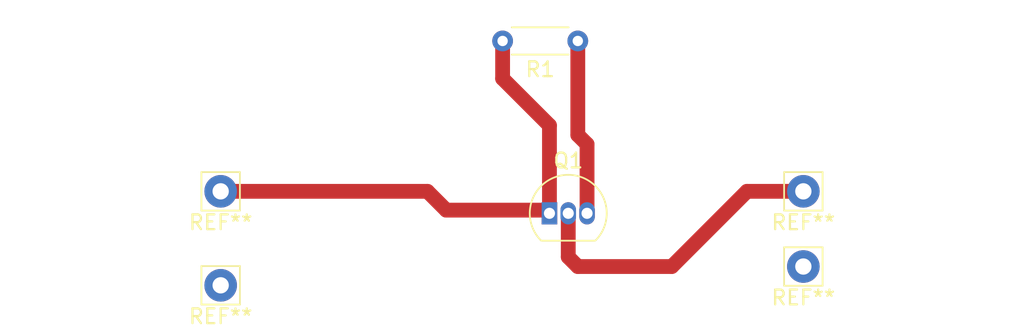
<source format=kicad_pcb>
(kicad_pcb (version 20171130) (host pcbnew "(5.1.4)-1")

  (general
    (thickness 1.6)
    (drawings 0)
    (tracks 15)
    (zones 0)
    (modules 6)
    (nets 4)
  )

  (page A4)
  (layers
    (0 F.Cu signal)
    (31 B.Cu signal)
    (32 B.Adhes user)
    (33 F.Adhes user)
    (34 B.Paste user)
    (35 F.Paste user)
    (36 B.SilkS user)
    (37 F.SilkS user)
    (38 B.Mask user)
    (39 F.Mask user)
    (40 Dwgs.User user)
    (41 Cmts.User user)
    (42 Eco1.User user)
    (43 Eco2.User user)
    (44 Edge.Cuts user)
    (45 Margin user)
    (46 B.CrtYd user)
    (47 F.CrtYd user)
    (48 B.Fab user)
    (49 F.Fab user)
  )

  (setup
    (last_trace_width 0.25)
    (user_trace_width 1)
    (trace_clearance 0.2)
    (zone_clearance 0.508)
    (zone_45_only no)
    (trace_min 0.2)
    (via_size 0.8)
    (via_drill 0.4)
    (via_min_size 0.4)
    (via_min_drill 0.3)
    (uvia_size 0.3)
    (uvia_drill 0.1)
    (uvias_allowed no)
    (uvia_min_size 0.2)
    (uvia_min_drill 0.1)
    (edge_width 0.05)
    (segment_width 0.2)
    (pcb_text_width 0.3)
    (pcb_text_size 1.5 1.5)
    (mod_edge_width 0.12)
    (mod_text_size 1 1)
    (mod_text_width 0.15)
    (pad_size 1.524 1.524)
    (pad_drill 0.762)
    (pad_to_mask_clearance 0.051)
    (solder_mask_min_width 0.25)
    (aux_axis_origin 0 0)
    (visible_elements 7FFFFFFF)
    (pcbplotparams
      (layerselection 0x010fc_ffffffff)
      (usegerberextensions false)
      (usegerberattributes false)
      (usegerberadvancedattributes false)
      (creategerberjobfile false)
      (excludeedgelayer true)
      (linewidth 0.100000)
      (plotframeref false)
      (viasonmask false)
      (mode 1)
      (useauxorigin false)
      (hpglpennumber 1)
      (hpglpenspeed 20)
      (hpglpendiameter 15.000000)
      (psnegative false)
      (psa4output false)
      (plotreference true)
      (plotvalue true)
      (plotinvisibletext false)
      (padsonsilk false)
      (subtractmaskfromsilk false)
      (outputformat 1)
      (mirror false)
      (drillshape 1)
      (scaleselection 1)
      (outputdirectory ""))
  )

  (net 0 "")
  (net 1 Earth)
  (net 2 "Net-(Q1-Pad3)")
  (net 3 "Net-(Q1-Pad2)")

  (net_class Default "Esta es la clase de red por defecto."
    (clearance 0.2)
    (trace_width 0.25)
    (via_dia 0.8)
    (via_drill 0.4)
    (uvia_dia 0.3)
    (uvia_drill 0.1)
    (add_net Earth)
    (add_net "Net-(Q1-Pad2)")
    (add_net "Net-(Q1-Pad3)")
  )

  (module Connector_Pin:Pin_D1.1mm_L8.5mm_W2.5mm_FlatFork (layer F.Cu) (tedit 5A1DC085) (tstamp 5D9A8C31)
    (at 173.99 110.49)
    (descr "solder Pin_ with flat fork, hole diameter 1.1mm, length 8.5mm, width 2.5mm")
    (tags "solder Pin_ with flat fork")
    (fp_text reference REF** (at 0 2.1) (layer F.SilkS)
      (effects (font (size 1 1) (thickness 0.15)))
    )
    (fp_text value Pin_D1.1mm_L8.5mm_W2.5mm_FlatFork (at 0 -2.05) (layer F.Fab)
      (effects (font (size 1 1) (thickness 0.15)))
    )
    (fp_line (start 1.75 1.6) (end -1.75 1.6) (layer F.CrtYd) (width 0.05))
    (fp_line (start 1.75 1.6) (end 1.75 -1.6) (layer F.CrtYd) (width 0.05))
    (fp_line (start -1.75 -1.6) (end -1.75 1.6) (layer F.CrtYd) (width 0.05))
    (fp_line (start -1.75 -1.6) (end 1.75 -1.6) (layer F.CrtYd) (width 0.05))
    (fp_line (start 1.25 -0.25) (end -1.25 -0.25) (layer F.Fab) (width 0.12))
    (fp_line (start 1.25 0.25) (end 1.25 -0.25) (layer F.Fab) (width 0.12))
    (fp_line (start -1.25 0.25) (end 1.25 0.25) (layer F.Fab) (width 0.12))
    (fp_line (start -1.25 -0.25) (end -1.25 0.25) (layer F.Fab) (width 0.12))
    (fp_line (start -1.3 1.3) (end 1.3 1.3) (layer F.SilkS) (width 0.12))
    (fp_line (start 1.3 -1.3) (end 1.3 1.3) (layer F.SilkS) (width 0.12))
    (fp_line (start -1.3 -1.3) (end 1.3 -1.3) (layer F.SilkS) (width 0.12))
    (fp_line (start -1.3 1.3) (end -1.3 -1.3) (layer F.SilkS) (width 0.12))
    (fp_text user %R (at 0 2.1) (layer F.Fab)
      (effects (font (size 1 1) (thickness 0.15)))
    )
    (pad 1 thru_hole circle (at 0 0) (size 2.2 2.2) (drill 1.1) (layers *.Cu *.Mask))
    (model ${KISYS3DMOD}/Connector_Pin.3dshapes/Pin_D1.1mm_L8.5mm_W2.5mm_FlatFork.wrl
      (at (xyz 0 0 0))
      (scale (xyz 1 1 1))
      (rotate (xyz 0 0 0))
    )
  )

  (module Connector_Pin:Pin_D1.1mm_L8.5mm_W2.5mm_FlatFork (layer F.Cu) (tedit 5A1DC085) (tstamp 5D9A8BEC)
    (at 173.99 105.41)
    (descr "solder Pin_ with flat fork, hole diameter 1.1mm, length 8.5mm, width 2.5mm")
    (tags "solder Pin_ with flat fork")
    (fp_text reference REF** (at 0 2.1) (layer F.SilkS)
      (effects (font (size 1 1) (thickness 0.15)))
    )
    (fp_text value Pin_D1.1mm_L8.5mm_W2.5mm_FlatFork (at 0 -2.05) (layer F.Fab)
      (effects (font (size 1 1) (thickness 0.15)))
    )
    (fp_line (start 1.75 1.6) (end -1.75 1.6) (layer F.CrtYd) (width 0.05))
    (fp_line (start 1.75 1.6) (end 1.75 -1.6) (layer F.CrtYd) (width 0.05))
    (fp_line (start -1.75 -1.6) (end -1.75 1.6) (layer F.CrtYd) (width 0.05))
    (fp_line (start -1.75 -1.6) (end 1.75 -1.6) (layer F.CrtYd) (width 0.05))
    (fp_line (start 1.25 -0.25) (end -1.25 -0.25) (layer F.Fab) (width 0.12))
    (fp_line (start 1.25 0.25) (end 1.25 -0.25) (layer F.Fab) (width 0.12))
    (fp_line (start -1.25 0.25) (end 1.25 0.25) (layer F.Fab) (width 0.12))
    (fp_line (start -1.25 -0.25) (end -1.25 0.25) (layer F.Fab) (width 0.12))
    (fp_line (start -1.3 1.3) (end 1.3 1.3) (layer F.SilkS) (width 0.12))
    (fp_line (start 1.3 -1.3) (end 1.3 1.3) (layer F.SilkS) (width 0.12))
    (fp_line (start -1.3 -1.3) (end 1.3 -1.3) (layer F.SilkS) (width 0.12))
    (fp_line (start -1.3 1.3) (end -1.3 -1.3) (layer F.SilkS) (width 0.12))
    (fp_text user %R (at 0 2.1) (layer F.Fab)
      (effects (font (size 1 1) (thickness 0.15)))
    )
    (pad 1 thru_hole circle (at 0 0) (size 2.2 2.2) (drill 1.1) (layers *.Cu *.Mask))
    (model ${KISYS3DMOD}/Connector_Pin.3dshapes/Pin_D1.1mm_L8.5mm_W2.5mm_FlatFork.wrl
      (at (xyz 0 0 0))
      (scale (xyz 1 1 1))
      (rotate (xyz 0 0 0))
    )
  )

  (module Connector_Pin:Pin_D1.1mm_L8.5mm_W2.5mm_FlatFork (layer F.Cu) (tedit 5A1DC085) (tstamp 5D9A8BA7)
    (at 134.62 111.76)
    (descr "solder Pin_ with flat fork, hole diameter 1.1mm, length 8.5mm, width 2.5mm")
    (tags "solder Pin_ with flat fork")
    (fp_text reference REF** (at 0 2.1) (layer F.SilkS)
      (effects (font (size 1 1) (thickness 0.15)))
    )
    (fp_text value Pin_D1.1mm_L8.5mm_W2.5mm_FlatFork (at 0 -2.05) (layer F.Fab)
      (effects (font (size 1 1) (thickness 0.15)))
    )
    (fp_line (start 1.75 1.6) (end -1.75 1.6) (layer F.CrtYd) (width 0.05))
    (fp_line (start 1.75 1.6) (end 1.75 -1.6) (layer F.CrtYd) (width 0.05))
    (fp_line (start -1.75 -1.6) (end -1.75 1.6) (layer F.CrtYd) (width 0.05))
    (fp_line (start -1.75 -1.6) (end 1.75 -1.6) (layer F.CrtYd) (width 0.05))
    (fp_line (start 1.25 -0.25) (end -1.25 -0.25) (layer F.Fab) (width 0.12))
    (fp_line (start 1.25 0.25) (end 1.25 -0.25) (layer F.Fab) (width 0.12))
    (fp_line (start -1.25 0.25) (end 1.25 0.25) (layer F.Fab) (width 0.12))
    (fp_line (start -1.25 -0.25) (end -1.25 0.25) (layer F.Fab) (width 0.12))
    (fp_line (start -1.3 1.3) (end 1.3 1.3) (layer F.SilkS) (width 0.12))
    (fp_line (start 1.3 -1.3) (end 1.3 1.3) (layer F.SilkS) (width 0.12))
    (fp_line (start -1.3 -1.3) (end 1.3 -1.3) (layer F.SilkS) (width 0.12))
    (fp_line (start -1.3 1.3) (end -1.3 -1.3) (layer F.SilkS) (width 0.12))
    (fp_text user %R (at 0 2.1) (layer F.Fab)
      (effects (font (size 1 1) (thickness 0.15)))
    )
    (pad 1 thru_hole circle (at 0 0) (size 2.2 2.2) (drill 1.1) (layers *.Cu *.Mask))
    (model ${KISYS3DMOD}/Connector_Pin.3dshapes/Pin_D1.1mm_L8.5mm_W2.5mm_FlatFork.wrl
      (at (xyz 0 0 0))
      (scale (xyz 1 1 1))
      (rotate (xyz 0 0 0))
    )
  )

  (module Connector_Pin:Pin_D1.1mm_L8.5mm_W2.5mm_FlatFork (layer F.Cu) (tedit 5A1DC085) (tstamp 5D9A8B62)
    (at 134.62 105.41)
    (descr "solder Pin_ with flat fork, hole diameter 1.1mm, length 8.5mm, width 2.5mm")
    (tags "solder Pin_ with flat fork")
    (fp_text reference REF** (at 0 2.1) (layer F.SilkS)
      (effects (font (size 1 1) (thickness 0.15)))
    )
    (fp_text value Pin_D1.1mm_L8.5mm_W2.5mm_FlatFork (at 0 -2.05) (layer F.Fab)
      (effects (font (size 1 1) (thickness 0.15)))
    )
    (fp_line (start 1.75 1.6) (end -1.75 1.6) (layer F.CrtYd) (width 0.05))
    (fp_line (start 1.75 1.6) (end 1.75 -1.6) (layer F.CrtYd) (width 0.05))
    (fp_line (start -1.75 -1.6) (end -1.75 1.6) (layer F.CrtYd) (width 0.05))
    (fp_line (start -1.75 -1.6) (end 1.75 -1.6) (layer F.CrtYd) (width 0.05))
    (fp_line (start 1.25 -0.25) (end -1.25 -0.25) (layer F.Fab) (width 0.12))
    (fp_line (start 1.25 0.25) (end 1.25 -0.25) (layer F.Fab) (width 0.12))
    (fp_line (start -1.25 0.25) (end 1.25 0.25) (layer F.Fab) (width 0.12))
    (fp_line (start -1.25 -0.25) (end -1.25 0.25) (layer F.Fab) (width 0.12))
    (fp_line (start -1.3 1.3) (end 1.3 1.3) (layer F.SilkS) (width 0.12))
    (fp_line (start 1.3 -1.3) (end 1.3 1.3) (layer F.SilkS) (width 0.12))
    (fp_line (start -1.3 -1.3) (end 1.3 -1.3) (layer F.SilkS) (width 0.12))
    (fp_line (start -1.3 1.3) (end -1.3 -1.3) (layer F.SilkS) (width 0.12))
    (fp_text user %R (at 0 2.1) (layer F.Fab)
      (effects (font (size 1 1) (thickness 0.15)))
    )
    (pad 1 thru_hole circle (at 0 0) (size 2.2 2.2) (drill 1.1) (layers *.Cu *.Mask))
    (model ${KISYS3DMOD}/Connector_Pin.3dshapes/Pin_D1.1mm_L8.5mm_W2.5mm_FlatFork.wrl
      (at (xyz 0 0 0))
      (scale (xyz 1 1 1))
      (rotate (xyz 0 0 0))
    )
  )

  (module Resistor_THT:R_Axial_DIN0204_L3.6mm_D1.6mm_P5.08mm_Horizontal (layer F.Cu) (tedit 5AE5139B) (tstamp 5D9A87CA)
    (at 158.75 95.25 180)
    (descr "Resistor, Axial_DIN0204 series, Axial, Horizontal, pin pitch=5.08mm, 0.167W, length*diameter=3.6*1.6mm^2, http://cdn-reichelt.de/documents/datenblatt/B400/1_4W%23YAG.pdf")
    (tags "Resistor Axial_DIN0204 series Axial Horizontal pin pitch 5.08mm 0.167W length 3.6mm diameter 1.6mm")
    (path /5D9A3B49)
    (fp_text reference R1 (at 2.54 -1.92) (layer F.SilkS)
      (effects (font (size 1 1) (thickness 0.15)))
    )
    (fp_text value R (at 2.54 1.92) (layer F.Fab)
      (effects (font (size 1 1) (thickness 0.15)))
    )
    (fp_text user %R (at 7.914999 -7.425001) (layer F.Fab)
      (effects (font (size 0.72 0.72) (thickness 0.108)))
    )
    (fp_line (start 6.03 -1.05) (end -0.95 -1.05) (layer F.CrtYd) (width 0.05))
    (fp_line (start 6.03 1.05) (end 6.03 -1.05) (layer F.CrtYd) (width 0.05))
    (fp_line (start -0.95 1.05) (end 6.03 1.05) (layer F.CrtYd) (width 0.05))
    (fp_line (start -0.95 -1.05) (end -0.95 1.05) (layer F.CrtYd) (width 0.05))
    (fp_line (start 0.62 0.92) (end 4.46 0.92) (layer F.SilkS) (width 0.12))
    (fp_line (start 0.62 -0.92) (end 4.46 -0.92) (layer F.SilkS) (width 0.12))
    (fp_line (start 5.08 0) (end 4.34 0) (layer F.Fab) (width 0.1))
    (fp_line (start 0 0) (end 0.74 0) (layer F.Fab) (width 0.1))
    (fp_line (start 4.34 -0.8) (end 0.74 -0.8) (layer F.Fab) (width 0.1))
    (fp_line (start 4.34 0.8) (end 4.34 -0.8) (layer F.Fab) (width 0.1))
    (fp_line (start 0.74 0.8) (end 4.34 0.8) (layer F.Fab) (width 0.1))
    (fp_line (start 0.74 -0.8) (end 0.74 0.8) (layer F.Fab) (width 0.1))
    (pad 2 thru_hole oval (at 5.08 0 180) (size 1.4 1.4) (drill 0.7) (layers *.Cu *.Mask)
      (net 1 Earth))
    (pad 1 thru_hole circle (at 0 0 180) (size 1.4 1.4) (drill 0.7) (layers *.Cu *.Mask)
      (net 2 "Net-(Q1-Pad3)"))
    (model ${KISYS3DMOD}/Resistor_THT.3dshapes/R_Axial_DIN0204_L3.6mm_D1.6mm_P5.08mm_Horizontal.wrl
      (at (xyz 0 0 0))
      (scale (xyz 1 1 1))
      (rotate (xyz 0 0 0))
    )
  )

  (module Package_TO_SOT_THT:TO-92_Inline (layer F.Cu) (tedit 5A1DD157) (tstamp 5D9A87B7)
    (at 156.835001 106.895001)
    (descr "TO-92 leads in-line, narrow, oval pads, drill 0.75mm (see NXP sot054_po.pdf)")
    (tags "to-92 sc-43 sc-43a sot54 PA33 transistor")
    (path /5D9A405A)
    (fp_text reference Q1 (at 1.27 -3.56) (layer F.SilkS)
      (effects (font (size 1 1) (thickness 0.15)))
    )
    (fp_text value BT169B (at 1.27 2.79) (layer F.Fab)
      (effects (font (size 1 1) (thickness 0.15)))
    )
    (fp_arc (start 1.27 0) (end 1.27 -2.6) (angle 135) (layer F.SilkS) (width 0.12))
    (fp_arc (start 1.27 0) (end 1.27 -2.48) (angle -135) (layer F.Fab) (width 0.1))
    (fp_arc (start 1.27 0) (end 1.27 -2.6) (angle -135) (layer F.SilkS) (width 0.12))
    (fp_arc (start 1.27 0) (end 1.27 -2.48) (angle 135) (layer F.Fab) (width 0.1))
    (fp_line (start 4 2.01) (end -1.46 2.01) (layer F.CrtYd) (width 0.05))
    (fp_line (start 4 2.01) (end 4 -2.73) (layer F.CrtYd) (width 0.05))
    (fp_line (start -1.46 -2.73) (end -1.46 2.01) (layer F.CrtYd) (width 0.05))
    (fp_line (start -1.46 -2.73) (end 4 -2.73) (layer F.CrtYd) (width 0.05))
    (fp_line (start -0.5 1.75) (end 3 1.75) (layer F.Fab) (width 0.1))
    (fp_line (start -0.53 1.85) (end 3.07 1.85) (layer F.SilkS) (width 0.12))
    (fp_text user %R (at 1.27 -3.56) (layer F.Fab)
      (effects (font (size 1 1) (thickness 0.15)))
    )
    (pad 1 thru_hole rect (at 0 0) (size 1.05 1.5) (drill 0.75) (layers *.Cu *.Mask)
      (net 1 Earth))
    (pad 3 thru_hole oval (at 2.54 0) (size 1.05 1.5) (drill 0.75) (layers *.Cu *.Mask)
      (net 2 "Net-(Q1-Pad3)"))
    (pad 2 thru_hole oval (at 1.27 0) (size 1.05 1.5) (drill 0.75) (layers *.Cu *.Mask)
      (net 3 "Net-(Q1-Pad2)"))
    (model ${KISYS3DMOD}/Package_TO_SOT_THT.3dshapes/TO-92_Inline.wrl
      (at (xyz 0 0 0))
      (scale (xyz 1 1 1))
      (rotate (xyz 0 0 0))
    )
  )

  (segment (start 134.62 105.41) (end 148.59 105.41) (width 1) (layer F.Cu) (net 0))
  (segment (start 148.59 105.41) (end 149.86 106.68) (width 1) (layer F.Cu) (net 0))
  (segment (start 156.62 106.68) (end 156.835001 106.895001) (width 1) (layer F.Cu) (net 1))
  (segment (start 149.86 106.68) (end 156.62 106.68) (width 1) (layer F.Cu) (net 1))
  (segment (start 156.835001 106.895001) (end 156.835001 100.955001) (width 1) (layer F.Cu) (net 1))
  (segment (start 153.67 97.79) (end 153.67 95.25) (width 1) (layer F.Cu) (net 1))
  (segment (start 156.835001 100.955001) (end 153.67 97.79) (width 1) (layer F.Cu) (net 1))
  (segment (start 158.75 95.25) (end 158.75 101.6) (width 1) (layer F.Cu) (net 2))
  (segment (start 159.375001 102.225001) (end 159.375001 106.895001) (width 1) (layer F.Cu) (net 2))
  (segment (start 158.75 101.6) (end 159.375001 102.225001) (width 1) (layer F.Cu) (net 2))
  (segment (start 158.105001 106.895001) (end 158.105001 109.845001) (width 1) (layer F.Cu) (net 3))
  (segment (start 158.105001 109.845001) (end 158.75 110.49) (width 1) (layer F.Cu) (net 3))
  (segment (start 158.75 110.49) (end 165.1 110.49) (width 1) (layer F.Cu) (net 3))
  (segment (start 170.18 105.41) (end 173.99 105.41) (width 1) (layer F.Cu) (net 3))
  (segment (start 165.1 110.49) (end 170.18 105.41) (width 1) (layer F.Cu) (net 3))

)

</source>
